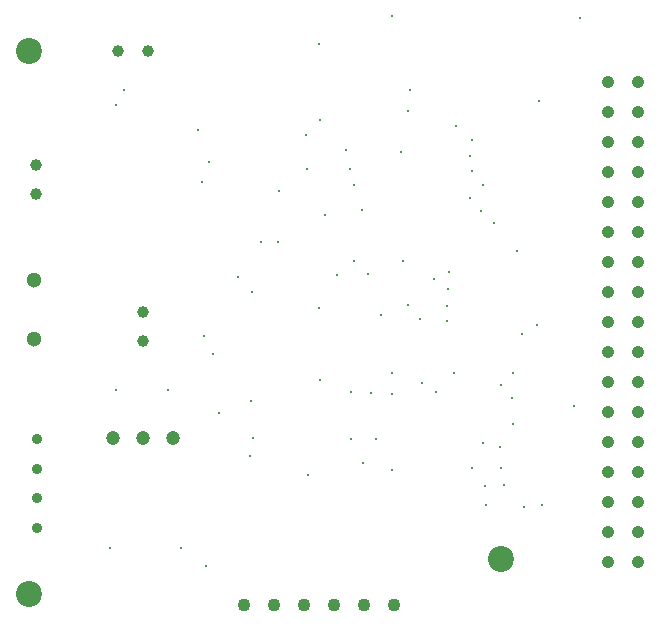
<source format=gbr>
%TF.GenerationSoftware,Altium Limited,Altium Designer,25.5.2 (35)*%
G04 Layer_Color=0*
%FSLAX45Y45*%
%MOMM*%
%TF.SameCoordinates,B6F2B0AA-6BD2-4F7B-97A5-C3F0DAB7D88F*%
%TF.FilePolarity,Positive*%
%TF.FileFunction,Plated,1,2,PTH,Drill*%
%TF.Part,Single*%
G01*
G75*
%TA.AperFunction,ComponentDrill*%
%ADD74C,1.10000*%
%TA.AperFunction,OtherDrill,Pad Free-1 (63mm,104mm)*%
%ADD75C,2.20000*%
%TA.AperFunction,OtherDrill,Pad Free-1 (63mm,58mm)*%
%ADD76C,2.20000*%
%TA.AperFunction,OtherDrill,Pad Free-1 (103mm,61mm)*%
%ADD77C,2.20000*%
%TA.AperFunction,ComponentDrill*%
%ADD78C,1.20000*%
%ADD79C,1.30000*%
%ADD80C,1.00000*%
%ADD81C,1.04000*%
%ADD82C,1.00000*%
%ADD83C,0.90000*%
%TA.AperFunction,ViaDrill,NotFilled*%
%ADD84C,0.30000*%
D74*
X8886000Y5710000D02*
D03*
X8378000D02*
D03*
X9394000D02*
D03*
X8124000D02*
D03*
X8632000D02*
D03*
X9140000D02*
D03*
D75*
X6300000Y10400000D02*
D03*
D76*
Y5800000D02*
D03*
D77*
X10300000Y6100000D02*
D03*
D78*
X7520000Y7120000D02*
D03*
X7266000D02*
D03*
X7012000D02*
D03*
D79*
X6344998Y8460000D02*
D03*
Y7960001D02*
D03*
D80*
X7060000Y10400000D02*
D03*
X7310000D02*
D03*
D81*
X11460000Y9122000D02*
D03*
Y10138000D02*
D03*
X11206000Y9122000D02*
D03*
Y10138000D02*
D03*
Y8106000D02*
D03*
Y7344000D02*
D03*
Y7852000D02*
D03*
X11460000Y8106000D02*
D03*
Y7344000D02*
D03*
X11206000Y6582000D02*
D03*
X11460000Y8360000D02*
D03*
Y7852000D02*
D03*
X11206000Y6074000D02*
D03*
X11460000D02*
D03*
Y8868000D02*
D03*
Y7598000D02*
D03*
Y6328000D02*
D03*
X11206000D02*
D03*
Y7598000D02*
D03*
Y8868000D02*
D03*
X11460000Y6836000D02*
D03*
Y8614000D02*
D03*
Y9884000D02*
D03*
Y9376000D02*
D03*
X11206000Y9884000D02*
D03*
X11460000Y9630000D02*
D03*
X11206000Y6836000D02*
D03*
X11460000Y7090000D02*
D03*
X11206000Y9376000D02*
D03*
X11460000Y6582000D02*
D03*
X11206000Y7090000D02*
D03*
Y8360000D02*
D03*
Y9630000D02*
D03*
Y8614000D02*
D03*
D82*
X7270000Y8190000D02*
D03*
Y7940000D02*
D03*
X6362500Y9435000D02*
D03*
Y9185000D02*
D03*
D83*
X6370000Y6360000D02*
D03*
Y6610000D02*
D03*
Y6860000D02*
D03*
Y7110000D02*
D03*
D84*
X10150000Y7080000D02*
D03*
X8070000Y8480000D02*
D03*
X10400000Y7240000D02*
D03*
X9610000Y8130000D02*
D03*
X9850000Y8380000D02*
D03*
X9240000Y7110000D02*
D03*
X9200000Y7500000D02*
D03*
X7480000Y7530000D02*
D03*
X7040000D02*
D03*
X6990000Y6190000D02*
D03*
X7590000D02*
D03*
X7800000Y6040000D02*
D03*
X7780000Y7980000D02*
D03*
X7860000Y7830000D02*
D03*
X8180000Y7430000D02*
D03*
X8200000Y7120000D02*
D03*
X7770000Y9290000D02*
D03*
X7040000Y9940000D02*
D03*
X7110000Y10070000D02*
D03*
X8190000Y8360000D02*
D03*
X8415000Y9210000D02*
D03*
X8766100Y7610000D02*
D03*
X8760000Y8220000D02*
D03*
X10430000Y8700000D02*
D03*
X8810000Y9010000D02*
D03*
X8650000Y9690000D02*
D03*
X8760000Y10460000D02*
D03*
X9450000Y9540000D02*
D03*
X9530000Y10070000D02*
D03*
X10620000Y9970000D02*
D03*
X8663827Y6803827D02*
D03*
X7910000Y7330000D02*
D03*
X9380000Y10690000D02*
D03*
X10970000Y10680000D02*
D03*
X9860000Y8530000D02*
D03*
X9170000Y8510000D02*
D03*
X10920000Y7390000D02*
D03*
X9510000Y8250000D02*
D03*
X9730000Y8470000D02*
D03*
X9030000Y7510000D02*
D03*
Y7110000D02*
D03*
X9840000Y8110000D02*
D03*
X9020000Y9400000D02*
D03*
X9920000Y9760000D02*
D03*
X8410000Y8780000D02*
D03*
X9630000Y7590000D02*
D03*
X10300000Y7570000D02*
D03*
X10150000Y9260000D02*
D03*
X10240000Y8940000D02*
D03*
X10490000Y6540000D02*
D03*
X10480000Y8000000D02*
D03*
X10050000Y9380000D02*
D03*
X10170000Y6550000D02*
D03*
X10320000Y6720000D02*
D03*
X10130000Y9040000D02*
D03*
X9050000Y8620000D02*
D03*
X9120000Y9050000D02*
D03*
X10040000Y9510000D02*
D03*
X10600000Y8080000D02*
D03*
X10650000Y6550000D02*
D03*
X9750000Y7510000D02*
D03*
X10390000Y7460000D02*
D03*
X10050000Y6870000D02*
D03*
X10290000Y7040000D02*
D03*
X9380000Y7490000D02*
D03*
Y7670000D02*
D03*
Y6850000D02*
D03*
X9280000Y8160000D02*
D03*
X8270000Y8780000D02*
D03*
X8990000Y9560000D02*
D03*
X9510000Y9890000D02*
D03*
X9840000Y8240000D02*
D03*
X9900000Y7670000D02*
D03*
X10400000D02*
D03*
X8910000Y8500000D02*
D03*
X9050000Y9260000D02*
D03*
X10050000Y9640000D02*
D03*
X9470000Y8620000D02*
D03*
X10160000Y6710000D02*
D03*
X10300000Y6870000D02*
D03*
X10040000Y9150000D02*
D03*
X8170000Y6970000D02*
D03*
X9130000Y6910000D02*
D03*
X8770000Y9810000D02*
D03*
X7730000Y9730000D02*
D03*
X7830000Y9460000D02*
D03*
X8660000Y9400000D02*
D03*
%TF.MD5,84d0b39ac0c82ad5bd8a91e70646549e*%
M02*

</source>
